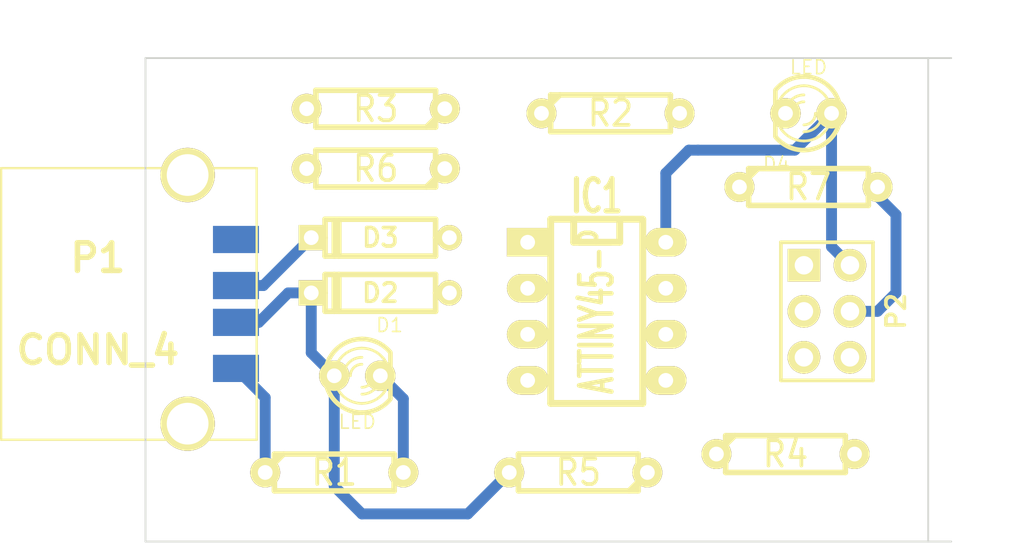
<source format=kicad_pcb>
(kicad_pcb (version 4) (host pcbnew "(2014-jul-16 BZR unknown)-product")

  (general
    (links 26)
    (no_connects 17)
    (area 113.639599 37.79 173.798572 67.360001)
    (thickness 1.6)
    (drawings 6)
    (tracks 27)
    (zones 0)
    (modules 14)
    (nets 15)
  )

  (page A4)
  (layers
    (0 F.Cu signal)
    (31 B.Cu signal)
    (32 B.Adhes user)
    (33 F.Adhes user)
    (34 B.Paste user)
    (35 F.Paste user)
    (36 B.SilkS user)
    (37 F.SilkS user)
    (38 B.Mask user)
    (39 F.Mask user)
    (40 Dwgs.User user)
    (41 Cmts.User user)
    (42 Eco1.User user)
    (43 Eco2.User user)
    (44 Edge.Cuts user)
    (45 Margin user)
    (46 B.CrtYd user)
    (47 F.CrtYd user)
    (48 B.Fab user)
    (49 F.Fab user)
  )

  (setup
    (last_trace_width 0.6)
    (trace_clearance 0.254)
    (zone_clearance 0.508)
    (zone_45_only no)
    (trace_min 0.254)
    (segment_width 0.2)
    (edge_width 0.1)
    (via_size 0.889)
    (via_drill 0.635)
    (via_min_size 0.889)
    (via_min_drill 0.508)
    (uvia_size 0.508)
    (uvia_drill 0.127)
    (uvias_allowed no)
    (uvia_min_size 0.508)
    (uvia_min_drill 0.127)
    (pcb_text_width 0.3)
    (pcb_text_size 1.5 1.5)
    (mod_edge_width 0.15)
    (mod_text_size 1 1)
    (mod_text_width 0.15)
    (pad_size 1.8 1.8)
    (pad_drill 1.016)
    (pad_to_mask_clearance 0)
    (aux_axis_origin 164.084 45.212)
    (visible_elements FFFFFF7F)
    (pcbplotparams
      (layerselection 0x00030_80000001)
      (usegerberextensions false)
      (excludeedgelayer true)
      (linewidth 0.100000)
      (plotframeref false)
      (viasonmask false)
      (mode 1)
      (useauxorigin false)
      (hpglpennumber 1)
      (hpglpenspeed 20)
      (hpglpendiameter 15)
      (hpglpenoverlay 2)
      (psnegative false)
      (psa4output false)
      (plotreference true)
      (plotvalue true)
      (plotinvisibletext false)
      (padsonsilk false)
      (subtractmaskfromsilk false)
      (outputformat 1)
      (mirror false)
      (drillshape 1)
      (scaleselection 1)
      (outputdirectory ""))
  )

  (net 0 "")
  (net 1 "Net-(D1-Pad2)")
  (net 2 GND)
  (net 3 +5V)
  (net 4 "Net-(D4-Pad2)")
  (net 5 /RST)
  (net 6 "Net-(IC1-Pad2)")
  (net 7 "Net-(IC1-Pad3)")
  (net 8 "Net-(IC1-Pad5)")
  (net 9 /MISO)
  (net 10 "Net-(IC1-Pad7)")
  (net 11 /SCK)
  (net 12 /MOSI)
  (net 13 "Net-(D1-Pad1)")
  (net 14 "Net-(D3-Pad2)")

  (net_class Default "This is the default net class."
    (clearance 0.254)
    (trace_width 0.6)
    (via_dia 0.889)
    (via_drill 0.635)
    (uvia_dia 0.508)
    (uvia_drill 0.127)
    (add_net +5V)
    (add_net /MISO)
    (add_net /MOSI)
    (add_net /RST)
    (add_net /SCK)
    (add_net GND)
    (add_net "Net-(D1-Pad1)")
    (add_net "Net-(D1-Pad2)")
    (add_net "Net-(D3-Pad2)")
    (add_net "Net-(D4-Pad2)")
    (add_net "Net-(IC1-Pad2)")
    (add_net "Net-(IC1-Pad3)")
    (add_net "Net-(IC1-Pad5)")
    (add_net "Net-(IC1-Pad7)")
  )

  (module LEDs:LED-3MM (layer F.Cu) (tedit 50ADE848) (tstamp 54518BFE)
    (at 133.604 58.166)
    (descr "LED 3mm - Lead pitch 100mil (2,54mm)")
    (tags "LED led 3mm 3MM 100mil 2,54mm")
    (path /5451426C)
    (fp_text reference D1 (at 1.778 -2.794) (layer F.SilkS)
      (effects (font (size 0.762 0.762) (thickness 0.0889)))
    )
    (fp_text value LED (at 0 2.54) (layer F.SilkS)
      (effects (font (size 0.762 0.762) (thickness 0.0889)))
    )
    (fp_line (start 1.8288 1.27) (end 1.8288 -1.27) (layer F.SilkS) (width 0.254))
    (fp_arc (start 0.254 0) (end -1.27 0) (angle 39.8) (layer F.SilkS) (width 0.1524))
    (fp_arc (start 0.254 0) (end -0.88392 1.01092) (angle 41.6) (layer F.SilkS) (width 0.1524))
    (fp_arc (start 0.254 0) (end 1.4097 -0.9906) (angle 40.6) (layer F.SilkS) (width 0.1524))
    (fp_arc (start 0.254 0) (end 1.778 0) (angle 39.8) (layer F.SilkS) (width 0.1524))
    (fp_arc (start 0.254 0) (end 0.254 -1.524) (angle 54.4) (layer F.SilkS) (width 0.1524))
    (fp_arc (start 0.254 0) (end -0.9652 -0.9144) (angle 53.1) (layer F.SilkS) (width 0.1524))
    (fp_arc (start 0.254 0) (end 1.45542 0.93472) (angle 52.1) (layer F.SilkS) (width 0.1524))
    (fp_arc (start 0.254 0) (end 0.254 1.524) (angle 52.1) (layer F.SilkS) (width 0.1524))
    (fp_arc (start 0.254 0) (end -0.381 0) (angle 90) (layer F.SilkS) (width 0.1524))
    (fp_arc (start 0.254 0) (end -0.762 0) (angle 90) (layer F.SilkS) (width 0.1524))
    (fp_arc (start 0.254 0) (end 0.889 0) (angle 90) (layer F.SilkS) (width 0.1524))
    (fp_arc (start 0.254 0) (end 1.27 0) (angle 90) (layer F.SilkS) (width 0.1524))
    (fp_arc (start 0.254 0) (end 0.254 -2.032) (angle 50.1) (layer F.SilkS) (width 0.254))
    (fp_arc (start 0.254 0) (end -1.5367 -0.95504) (angle 61.9) (layer F.SilkS) (width 0.254))
    (fp_arc (start 0.254 0) (end 1.8034 1.31064) (angle 49.7) (layer F.SilkS) (width 0.254))
    (fp_arc (start 0.254 0) (end 0.254 2.032) (angle 60.2) (layer F.SilkS) (width 0.254))
    (fp_arc (start 0.254 0) (end -1.778 0) (angle 28.3) (layer F.SilkS) (width 0.254))
    (fp_arc (start 0.254 0) (end -1.47574 1.06426) (angle 31.6) (layer F.SilkS) (width 0.254))
    (pad 1 thru_hole circle (at -1.27 0) (size 1.6764 1.6764) (drill 0.8128) (layers *.Cu *.Mask F.SilkS)
      (net 13 "Net-(D1-Pad1)"))
    (pad 2 thru_hole circle (at 1.27 0) (size 1.6764 1.6764) (drill 0.8128) (layers *.Cu *.Mask F.SilkS)
      (net 1 "Net-(D1-Pad2)"))
    (model discret/leds/led3_vertical_verde.wrl
      (at (xyz 0 0 0))
      (scale (xyz 1 1 1))
      (rotate (xyz 0 0 0))
    )
  )

  (module Discret:D3 (layer F.Cu) (tedit 200000) (tstamp 5451898D)
    (at 134.874 53.594 180)
    (descr "Diode 3 pas")
    (tags "DIODE DEV")
    (path /545131D9)
    (fp_text reference D2 (at 0 0 180) (layer F.SilkS)
      (effects (font (size 1.016 1.016) (thickness 0.2032)))
    )
    (fp_text value 3.6 (at 0 0 180) (layer F.SilkS) hide
      (effects (font (size 1.016 1.016) (thickness 0.2032)))
    )
    (fp_line (start 3.81 0) (end 3.048 0) (layer F.SilkS) (width 0.3048))
    (fp_line (start 3.048 0) (end 3.048 -1.016) (layer F.SilkS) (width 0.3048))
    (fp_line (start 3.048 -1.016) (end -3.048 -1.016) (layer F.SilkS) (width 0.3048))
    (fp_line (start -3.048 -1.016) (end -3.048 0) (layer F.SilkS) (width 0.3048))
    (fp_line (start -3.048 0) (end -3.81 0) (layer F.SilkS) (width 0.3048))
    (fp_line (start -3.048 0) (end -3.048 1.016) (layer F.SilkS) (width 0.3048))
    (fp_line (start -3.048 1.016) (end 3.048 1.016) (layer F.SilkS) (width 0.3048))
    (fp_line (start 3.048 1.016) (end 3.048 0) (layer F.SilkS) (width 0.3048))
    (fp_line (start 2.54 -1.016) (end 2.54 1.016) (layer F.SilkS) (width 0.3048))
    (fp_line (start 2.286 1.016) (end 2.286 -1.016) (layer F.SilkS) (width 0.3048))
    (pad 2 thru_hole rect (at 3.81 0 180) (size 1.397 1.397) (drill 0.8128) (layers *.Cu *.Mask F.SilkS)
      (net 13 "Net-(D1-Pad1)"))
    (pad 1 thru_hole circle (at -3.81 0 180) (size 1.397 1.397) (drill 0.8128) (layers *.Cu *.Mask F.SilkS)
      (net 2 GND))
    (model discret/diode.wrl
      (at (xyz 0 0 0))
      (scale (xyz 0.3 0.3 0.3))
      (rotate (xyz 0 0 0))
    )
  )

  (module Discret:D3 (layer F.Cu) (tedit 200000) (tstamp 54518993)
    (at 134.874 50.546 180)
    (descr "Diode 3 pas")
    (tags "DIODE DEV")
    (path /54513262)
    (fp_text reference D3 (at 0 0 180) (layer F.SilkS)
      (effects (font (size 1.016 1.016) (thickness 0.2032)))
    )
    (fp_text value 3.6 (at 0 0 180) (layer F.SilkS) hide
      (effects (font (size 1.016 1.016) (thickness 0.2032)))
    )
    (fp_line (start 3.81 0) (end 3.048 0) (layer F.SilkS) (width 0.3048))
    (fp_line (start 3.048 0) (end 3.048 -1.016) (layer F.SilkS) (width 0.3048))
    (fp_line (start 3.048 -1.016) (end -3.048 -1.016) (layer F.SilkS) (width 0.3048))
    (fp_line (start -3.048 -1.016) (end -3.048 0) (layer F.SilkS) (width 0.3048))
    (fp_line (start -3.048 0) (end -3.81 0) (layer F.SilkS) (width 0.3048))
    (fp_line (start -3.048 0) (end -3.048 1.016) (layer F.SilkS) (width 0.3048))
    (fp_line (start -3.048 1.016) (end 3.048 1.016) (layer F.SilkS) (width 0.3048))
    (fp_line (start 3.048 1.016) (end 3.048 0) (layer F.SilkS) (width 0.3048))
    (fp_line (start 2.54 -1.016) (end 2.54 1.016) (layer F.SilkS) (width 0.3048))
    (fp_line (start 2.286 1.016) (end 2.286 -1.016) (layer F.SilkS) (width 0.3048))
    (pad 2 thru_hole rect (at 3.81 0 180) (size 1.397 1.397) (drill 0.8128) (layers *.Cu *.Mask F.SilkS)
      (net 14 "Net-(D3-Pad2)"))
    (pad 1 thru_hole circle (at -3.81 0 180) (size 1.397 1.397) (drill 0.8128) (layers *.Cu *.Mask F.SilkS)
      (net 2 GND))
    (model discret/diode.wrl
      (at (xyz 0 0 0))
      (scale (xyz 0.3 0.3 0.3))
      (rotate (xyz 0 0 0))
    )
  )

  (module LEDs:LED-3MM (layer F.Cu) (tedit 50ADE848) (tstamp 54518999)
    (at 158.496 43.688 180)
    (descr "LED 3mm - Lead pitch 100mil (2,54mm)")
    (tags "LED led 3mm 3MM 100mil 2,54mm")
    (path /545141E1)
    (fp_text reference D4 (at 1.778 -2.794 180) (layer F.SilkS)
      (effects (font (size 0.762 0.762) (thickness 0.0889)))
    )
    (fp_text value LED (at 0 2.54 180) (layer F.SilkS)
      (effects (font (size 0.762 0.762) (thickness 0.0889)))
    )
    (fp_line (start 1.8288 1.27) (end 1.8288 -1.27) (layer F.SilkS) (width 0.254))
    (fp_arc (start 0.254 0) (end -1.27 0) (angle 39.8) (layer F.SilkS) (width 0.1524))
    (fp_arc (start 0.254 0) (end -0.88392 1.01092) (angle 41.6) (layer F.SilkS) (width 0.1524))
    (fp_arc (start 0.254 0) (end 1.4097 -0.9906) (angle 40.6) (layer F.SilkS) (width 0.1524))
    (fp_arc (start 0.254 0) (end 1.778 0) (angle 39.8) (layer F.SilkS) (width 0.1524))
    (fp_arc (start 0.254 0) (end 0.254 -1.524) (angle 54.4) (layer F.SilkS) (width 0.1524))
    (fp_arc (start 0.254 0) (end -0.9652 -0.9144) (angle 53.1) (layer F.SilkS) (width 0.1524))
    (fp_arc (start 0.254 0) (end 1.45542 0.93472) (angle 52.1) (layer F.SilkS) (width 0.1524))
    (fp_arc (start 0.254 0) (end 0.254 1.524) (angle 52.1) (layer F.SilkS) (width 0.1524))
    (fp_arc (start 0.254 0) (end -0.381 0) (angle 90) (layer F.SilkS) (width 0.1524))
    (fp_arc (start 0.254 0) (end -0.762 0) (angle 90) (layer F.SilkS) (width 0.1524))
    (fp_arc (start 0.254 0) (end 0.889 0) (angle 90) (layer F.SilkS) (width 0.1524))
    (fp_arc (start 0.254 0) (end 1.27 0) (angle 90) (layer F.SilkS) (width 0.1524))
    (fp_arc (start 0.254 0) (end 0.254 -2.032) (angle 50.1) (layer F.SilkS) (width 0.254))
    (fp_arc (start 0.254 0) (end -1.5367 -0.95504) (angle 61.9) (layer F.SilkS) (width 0.254))
    (fp_arc (start 0.254 0) (end 1.8034 1.31064) (angle 49.7) (layer F.SilkS) (width 0.254))
    (fp_arc (start 0.254 0) (end 0.254 2.032) (angle 60.2) (layer F.SilkS) (width 0.254))
    (fp_arc (start 0.254 0) (end -1.778 0) (angle 28.3) (layer F.SilkS) (width 0.254))
    (fp_arc (start 0.254 0) (end -1.47574 1.06426) (angle 31.6) (layer F.SilkS) (width 0.254))
    (pad 1 thru_hole circle (at -1.27 0 180) (size 1.6764 1.6764) (drill 0.8128) (layers *.Cu *.Mask F.SilkS)
      (net 3 +5V))
    (pad 2 thru_hole circle (at 1.27 0 180) (size 1.6764 1.6764) (drill 0.8128) (layers *.Cu *.Mask F.SilkS)
      (net 4 "Net-(D4-Pad2)"))
    (model discret/leds/led3_vertical_verde.wrl
      (at (xyz 0 0 0))
      (scale (xyz 1 1 1))
      (rotate (xyz 0 0 0))
    )
  )

  (module Sockets_DIP:DIP-8__300_ELL (layer F.Cu) (tedit 200000) (tstamp 54518B73)
    (at 146.812 54.61 270)
    (descr "8 pins DIL package, elliptical pads")
    (tags DIL)
    (path /54513787)
    (fp_text reference IC1 (at -6.35 0 360) (layer F.SilkS)
      (effects (font (size 1.778 1.143) (thickness 0.3048)))
    )
    (fp_text value ATTINY45-P (at 0 0 270) (layer F.SilkS)
      (effects (font (size 1.778 1.016) (thickness 0.3048)))
    )
    (fp_line (start -5.08 -1.27) (end -3.81 -1.27) (layer F.SilkS) (width 0.381))
    (fp_line (start -3.81 -1.27) (end -3.81 1.27) (layer F.SilkS) (width 0.381))
    (fp_line (start -3.81 1.27) (end -5.08 1.27) (layer F.SilkS) (width 0.381))
    (fp_line (start -5.08 -2.54) (end 5.08 -2.54) (layer F.SilkS) (width 0.381))
    (fp_line (start 5.08 -2.54) (end 5.08 2.54) (layer F.SilkS) (width 0.381))
    (fp_line (start 5.08 2.54) (end -5.08 2.54) (layer F.SilkS) (width 0.381))
    (fp_line (start -5.08 2.54) (end -5.08 -2.54) (layer F.SilkS) (width 0.381))
    (pad 1 thru_hole rect (at -3.81 3.81 270) (size 1.5748 2.286) (drill 0.8128) (layers *.Cu *.Mask F.SilkS)
      (net 5 /RST))
    (pad 2 thru_hole oval (at -1.27 3.81 270) (size 1.5748 2.286) (drill 0.8128) (layers *.Cu *.Mask F.SilkS)
      (net 6 "Net-(IC1-Pad2)"))
    (pad 3 thru_hole oval (at 1.27 3.81 270) (size 1.5748 2.286) (drill 0.8128) (layers *.Cu *.Mask F.SilkS)
      (net 7 "Net-(IC1-Pad3)"))
    (pad 4 thru_hole oval (at 3.81 3.81 270) (size 1.5748 2.286) (drill 0.8128) (layers *.Cu *.Mask F.SilkS)
      (net 2 GND))
    (pad 5 thru_hole oval (at 3.81 -3.81 270) (size 1.5748 2.286) (drill 0.8128) (layers *.Cu *.Mask F.SilkS)
      (net 8 "Net-(IC1-Pad5)"))
    (pad 6 thru_hole oval (at 1.27 -3.81 270) (size 1.5748 2.286) (drill 0.8128) (layers *.Cu *.Mask F.SilkS)
      (net 9 /MISO))
    (pad 7 thru_hole oval (at -1.27 -3.81 270) (size 1.5748 2.286) (drill 0.8128) (layers *.Cu *.Mask F.SilkS)
      (net 10 "Net-(IC1-Pad7)"))
    (pad 8 thru_hole oval (at -3.81 -3.81 270) (size 1.5748 2.286) (drill 0.8128) (layers *.Cu *.Mask F.SilkS)
      (net 3 +5V))
    (model dil/dil_8.wrl
      (at (xyz 0 0 0))
      (scale (xyz 1 1 1))
      (rotate (xyz 0 0 0))
    )
  )

  (module Connect:USB_A (layer F.Cu) (tedit 5451926C) (tstamp 54518B1D)
    (at 126.9111 54.2036 180)
    (path /5451310A)
    (fp_text reference P1 (at 7.62 2.54 180) (layer F.SilkS)
      (effects (font (thickness 0.3048)))
    )
    (fp_text value CONN_4 (at 7.62 -2.54 180) (layer F.SilkS)
      (effects (font (thickness 0.3048)))
    )
    (fp_line (start -1.143 -7.493) (end 12.954 -7.493) (layer F.SilkS) (width 0.127))
    (fp_line (start 12.954 7.493) (end -1.143 7.493) (layer F.SilkS) (width 0.127))
    (fp_line (start -1.143 -7.493) (end -1.143 7.493) (layer F.SilkS) (width 0.127))
    (fp_line (start 12.954 -7.493) (end 12.954 7.493) (layer F.SilkS) (width 0.127))
    (pad 4 smd rect (at 0 -3.556 180) (size 2.54 1.50114) (layers B.Cu F.Paste F.Mask)
      (net 2 GND))
    (pad 3 smd rect (at 0 -1.016 180) (size 2.54 1.50114) (layers B.Cu F.Paste F.Mask)
      (net 13 "Net-(D1-Pad1)"))
    (pad 2 smd rect (at 0 1.016 180) (size 2.54 1.50114) (layers B.Cu F.Paste F.Mask)
      (net 14 "Net-(D3-Pad2)"))
    (pad 1 smd rect (at 0 3.556 180) (size 2.54 1.50114) (layers B.Cu F.Paste F.Mask)
      (net 3 +5V))
    (pad 5 thru_hole circle (at 2.667 -6.604 180) (size 2.99974 2.99974) (drill 2.30124) (layers *.Cu *.Mask F.SilkS))
    (pad 6 thru_hole circle (at 2.667 7.112 180) (size 2.99974 2.99974) (drill 2.30124) (layers *.Cu *.Mask F.SilkS))
    (model Connectors/usb_a_through_hole.wrl
      (at (xyz 0 0 0))
      (scale (xyz 1 1 1))
      (rotate (xyz 0 0 0))
    )
  )

  (module Pin_Arrays:pin_array_3x2 (layer F.Cu) (tedit 54519344) (tstamp 545189B9)
    (at 159.512 54.61 270)
    (descr "Double rangee de contacts 2 x 4 pins")
    (tags CONN)
    (path /545146F0)
    (fp_text reference P2 (at 0 -3.81 270) (layer F.SilkS)
      (effects (font (size 1.016 1.016) (thickness 0.2032)))
    )
    (fp_text value CONN_3X2 (at 0 3.81 270) (layer F.SilkS) hide
      (effects (font (size 1.016 1.016) (thickness 0.2032)))
    )
    (fp_line (start 3.81 2.54) (end -3.81 2.54) (layer F.SilkS) (width 0.2032))
    (fp_line (start -3.81 -2.54) (end 3.81 -2.54) (layer F.SilkS) (width 0.2032))
    (fp_line (start 3.81 -2.54) (end 3.81 2.54) (layer F.SilkS) (width 0.2032))
    (fp_line (start -3.81 2.54) (end -3.81 -2.54) (layer F.SilkS) (width 0.2032))
    (pad 1 thru_hole rect (at -2.54 1.27 270) (size 1.8 1.8) (drill 1.016) (layers *.Cu *.Mask F.SilkS)
      (net 9 /MISO))
    (pad 2 thru_hole circle (at -2.54 -1.27 270) (size 1.8 1.8) (drill 1.016) (layers *.Cu *.Mask F.SilkS)
      (net 3 +5V))
    (pad 3 thru_hole circle (at 0 1.27 270) (size 1.8 1.8) (drill 1.016) (layers *.Cu *.Mask F.SilkS)
      (net 11 /SCK))
    (pad 4 thru_hole circle (at 0 -1.27 270) (size 1.8 1.8) (drill 1.016) (layers *.Cu *.Mask F.SilkS)
      (net 12 /MOSI))
    (pad e thru_hole circle (at 2.54 1.27 270) (size 1.8 1.8) (drill 1.016) (layers *.Cu *.Mask F.SilkS)
      (net 5 /RST))
    (pad 6 thru_hole circle (at 2.54 -1.27 270) (size 1.8 1.8) (drill 1.016) (layers *.Cu *.Mask F.SilkS)
      (net 2 GND))
    (model pin_array/pins_array_3x2.wrl
      (at (xyz 0 0 0))
      (scale (xyz 1 1 1))
      (rotate (xyz 0 0 0))
    )
  )

  (module Discret:R3-LARGE_PADS (layer F.Cu) (tedit 47E26765) (tstamp 545189BF)
    (at 132.334 63.5)
    (descr "Resitance 3 pas")
    (tags R)
    (path /54514157)
    (autoplace_cost180 10)
    (fp_text reference R1 (at 0 0) (layer F.SilkS)
      (effects (font (size 1.397 1.27) (thickness 0.2032)))
    )
    (fp_text value 330 (at 0 0) (layer F.SilkS) hide
      (effects (font (size 1.397 1.27) (thickness 0.2032)))
    )
    (fp_line (start -3.81 0) (end -3.302 0) (layer F.SilkS) (width 0.3048))
    (fp_line (start 3.81 0) (end 3.302 0) (layer F.SilkS) (width 0.3048))
    (fp_line (start 3.302 0) (end 3.302 -1.016) (layer F.SilkS) (width 0.3048))
    (fp_line (start 3.302 -1.016) (end -3.302 -1.016) (layer F.SilkS) (width 0.3048))
    (fp_line (start -3.302 -1.016) (end -3.302 1.016) (layer F.SilkS) (width 0.3048))
    (fp_line (start -3.302 1.016) (end 3.302 1.016) (layer F.SilkS) (width 0.3048))
    (fp_line (start 3.302 1.016) (end 3.302 0) (layer F.SilkS) (width 0.3048))
    (fp_line (start -3.302 -0.508) (end -2.794 -1.016) (layer F.SilkS) (width 0.3048))
    (pad 1 thru_hole circle (at -3.81 0) (size 1.651 1.651) (drill 0.8128) (layers *.Cu *.Mask F.SilkS)
      (net 2 GND))
    (pad 2 thru_hole circle (at 3.81 0) (size 1.651 1.651) (drill 0.8128) (layers *.Cu *.Mask F.SilkS)
      (net 1 "Net-(D1-Pad2)"))
    (model discret/resistor.wrl
      (at (xyz 0 0 0))
      (scale (xyz 0.3 0.3 0.3))
      (rotate (xyz 0 0 0))
    )
  )

  (module Discret:R3-LARGE_PADS (layer F.Cu) (tedit 47E26765) (tstamp 545189C5)
    (at 147.574 43.688)
    (descr "Resitance 3 pas")
    (tags R)
    (path /54514118)
    (autoplace_cost180 10)
    (fp_text reference R2 (at 0 0) (layer F.SilkS)
      (effects (font (size 1.397 1.27) (thickness 0.2032)))
    )
    (fp_text value 220 (at 0 0) (layer F.SilkS) hide
      (effects (font (size 1.397 1.27) (thickness 0.2032)))
    )
    (fp_line (start -3.81 0) (end -3.302 0) (layer F.SilkS) (width 0.3048))
    (fp_line (start 3.81 0) (end 3.302 0) (layer F.SilkS) (width 0.3048))
    (fp_line (start 3.302 0) (end 3.302 -1.016) (layer F.SilkS) (width 0.3048))
    (fp_line (start 3.302 -1.016) (end -3.302 -1.016) (layer F.SilkS) (width 0.3048))
    (fp_line (start -3.302 -1.016) (end -3.302 1.016) (layer F.SilkS) (width 0.3048))
    (fp_line (start -3.302 1.016) (end 3.302 1.016) (layer F.SilkS) (width 0.3048))
    (fp_line (start 3.302 1.016) (end 3.302 0) (layer F.SilkS) (width 0.3048))
    (fp_line (start -3.302 -0.508) (end -2.794 -1.016) (layer F.SilkS) (width 0.3048))
    (pad 1 thru_hole circle (at -3.81 0) (size 1.651 1.651) (drill 0.8128) (layers *.Cu *.Mask F.SilkS)
      (net 2 GND))
    (pad 2 thru_hole circle (at 3.81 0) (size 1.651 1.651) (drill 0.8128) (layers *.Cu *.Mask F.SilkS)
      (net 4 "Net-(D4-Pad2)"))
    (model discret/resistor.wrl
      (at (xyz 0 0 0))
      (scale (xyz 0.3 0.3 0.3))
      (rotate (xyz 0 0 0))
    )
  )

  (module Discret:R3-LARGE_PADS (layer F.Cu) (tedit 47E26765) (tstamp 545189CB)
    (at 134.62 43.434 180)
    (descr "Resitance 3 pas")
    (tags R)
    (path /54514049)
    (autoplace_cost180 10)
    (fp_text reference R3 (at 0 0 180) (layer F.SilkS)
      (effects (font (size 1.397 1.27) (thickness 0.2032)))
    )
    (fp_text value 1.5K (at 0 0 180) (layer F.SilkS) hide
      (effects (font (size 1.397 1.27) (thickness 0.2032)))
    )
    (fp_line (start -3.81 0) (end -3.302 0) (layer F.SilkS) (width 0.3048))
    (fp_line (start 3.81 0) (end 3.302 0) (layer F.SilkS) (width 0.3048))
    (fp_line (start 3.302 0) (end 3.302 -1.016) (layer F.SilkS) (width 0.3048))
    (fp_line (start 3.302 -1.016) (end -3.302 -1.016) (layer F.SilkS) (width 0.3048))
    (fp_line (start -3.302 -1.016) (end -3.302 1.016) (layer F.SilkS) (width 0.3048))
    (fp_line (start -3.302 1.016) (end 3.302 1.016) (layer F.SilkS) (width 0.3048))
    (fp_line (start 3.302 1.016) (end 3.302 0) (layer F.SilkS) (width 0.3048))
    (fp_line (start -3.302 -0.508) (end -2.794 -1.016) (layer F.SilkS) (width 0.3048))
    (pad 1 thru_hole circle (at -3.81 0 180) (size 1.651 1.651) (drill 0.8128) (layers *.Cu *.Mask F.SilkS)
      (net 3 +5V))
    (pad 2 thru_hole circle (at 3.81 0 180) (size 1.651 1.651) (drill 0.8128) (layers *.Cu *.Mask F.SilkS)
      (net 14 "Net-(D3-Pad2)"))
    (model discret/resistor.wrl
      (at (xyz 0 0 0))
      (scale (xyz 0.3 0.3 0.3))
      (rotate (xyz 0 0 0))
    )
  )

  (module Discret:R3-LARGE_PADS (layer F.Cu) (tedit 47E26765) (tstamp 545189D1)
    (at 157.226 62.484)
    (descr "Resitance 3 pas")
    (tags R)
    (path /54513858)
    (autoplace_cost180 10)
    (fp_text reference R4 (at 0 0) (layer F.SilkS)
      (effects (font (size 1.397 1.27) (thickness 0.2032)))
    )
    (fp_text value 1.5K (at 0 0) (layer F.SilkS) hide
      (effects (font (size 1.397 1.27) (thickness 0.2032)))
    )
    (fp_line (start -3.81 0) (end -3.302 0) (layer F.SilkS) (width 0.3048))
    (fp_line (start 3.81 0) (end 3.302 0) (layer F.SilkS) (width 0.3048))
    (fp_line (start 3.302 0) (end 3.302 -1.016) (layer F.SilkS) (width 0.3048))
    (fp_line (start 3.302 -1.016) (end -3.302 -1.016) (layer F.SilkS) (width 0.3048))
    (fp_line (start -3.302 -1.016) (end -3.302 1.016) (layer F.SilkS) (width 0.3048))
    (fp_line (start -3.302 1.016) (end 3.302 1.016) (layer F.SilkS) (width 0.3048))
    (fp_line (start 3.302 1.016) (end 3.302 0) (layer F.SilkS) (width 0.3048))
    (fp_line (start -3.302 -0.508) (end -2.794 -1.016) (layer F.SilkS) (width 0.3048))
    (pad 1 thru_hole circle (at -3.81 0) (size 1.651 1.651) (drill 0.8128) (layers *.Cu *.Mask F.SilkS)
      (net 10 "Net-(IC1-Pad7)"))
    (pad 2 thru_hole circle (at 3.81 0) (size 1.651 1.651) (drill 0.8128) (layers *.Cu *.Mask F.SilkS)
      (net 11 /SCK))
    (model discret/resistor.wrl
      (at (xyz 0 0 0))
      (scale (xyz 0.3 0.3 0.3))
      (rotate (xyz 0 0 0))
    )
  )

  (module Discret:R3-LARGE_PADS (layer F.Cu) (tedit 47E26765) (tstamp 545189D7)
    (at 145.796 63.5 180)
    (descr "Resitance 3 pas")
    (tags R)
    (path /545132D9)
    (autoplace_cost180 10)
    (fp_text reference R5 (at 0 0 180) (layer F.SilkS)
      (effects (font (size 1.397 1.27) (thickness 0.2032)))
    )
    (fp_text value 27 (at 0 0 180) (layer F.SilkS) hide
      (effects (font (size 1.397 1.27) (thickness 0.2032)))
    )
    (fp_line (start -3.81 0) (end -3.302 0) (layer F.SilkS) (width 0.3048))
    (fp_line (start 3.81 0) (end 3.302 0) (layer F.SilkS) (width 0.3048))
    (fp_line (start 3.302 0) (end 3.302 -1.016) (layer F.SilkS) (width 0.3048))
    (fp_line (start 3.302 -1.016) (end -3.302 -1.016) (layer F.SilkS) (width 0.3048))
    (fp_line (start -3.302 -1.016) (end -3.302 1.016) (layer F.SilkS) (width 0.3048))
    (fp_line (start -3.302 1.016) (end 3.302 1.016) (layer F.SilkS) (width 0.3048))
    (fp_line (start 3.302 1.016) (end 3.302 0) (layer F.SilkS) (width 0.3048))
    (fp_line (start -3.302 -0.508) (end -2.794 -1.016) (layer F.SilkS) (width 0.3048))
    (pad 1 thru_hole circle (at -3.81 0 180) (size 1.651 1.651) (drill 0.8128) (layers *.Cu *.Mask F.SilkS)
      (net 6 "Net-(IC1-Pad2)"))
    (pad 2 thru_hole circle (at 3.81 0 180) (size 1.651 1.651) (drill 0.8128) (layers *.Cu *.Mask F.SilkS)
      (net 13 "Net-(D1-Pad1)"))
    (model discret/resistor.wrl
      (at (xyz 0 0 0))
      (scale (xyz 0.3 0.3 0.3))
      (rotate (xyz 0 0 0))
    )
  )

  (module Discret:R3-LARGE_PADS (layer F.Cu) (tedit 47E26765) (tstamp 54518E27)
    (at 134.62 46.736 180)
    (descr "Resitance 3 pas")
    (tags R)
    (path /54513388)
    (autoplace_cost180 10)
    (fp_text reference R6 (at 0 0 180) (layer F.SilkS)
      (effects (font (size 1.397 1.27) (thickness 0.2032)))
    )
    (fp_text value 27 (at 0 0 180) (layer F.SilkS) hide
      (effects (font (size 1.397 1.27) (thickness 0.2032)))
    )
    (fp_line (start -3.81 0) (end -3.302 0) (layer F.SilkS) (width 0.3048))
    (fp_line (start 3.81 0) (end 3.302 0) (layer F.SilkS) (width 0.3048))
    (fp_line (start 3.302 0) (end 3.302 -1.016) (layer F.SilkS) (width 0.3048))
    (fp_line (start 3.302 -1.016) (end -3.302 -1.016) (layer F.SilkS) (width 0.3048))
    (fp_line (start -3.302 -1.016) (end -3.302 1.016) (layer F.SilkS) (width 0.3048))
    (fp_line (start -3.302 1.016) (end 3.302 1.016) (layer F.SilkS) (width 0.3048))
    (fp_line (start 3.302 1.016) (end 3.302 0) (layer F.SilkS) (width 0.3048))
    (fp_line (start -3.302 -0.508) (end -2.794 -1.016) (layer F.SilkS) (width 0.3048))
    (pad 1 thru_hole circle (at -3.81 0 180) (size 1.651 1.651) (drill 0.8128) (layers *.Cu *.Mask F.SilkS)
      (net 7 "Net-(IC1-Pad3)"))
    (pad 2 thru_hole circle (at 3.81 0 180) (size 1.651 1.651) (drill 0.8128) (layers *.Cu *.Mask F.SilkS)
      (net 14 "Net-(D3-Pad2)"))
    (model discret/resistor.wrl
      (at (xyz 0 0 0))
      (scale (xyz 0.3 0.3 0.3))
      (rotate (xyz 0 0 0))
    )
  )

  (module Discret:R3-LARGE_PADS (layer F.Cu) (tedit 47E26765) (tstamp 545189E3)
    (at 158.496 47.752)
    (descr "Resitance 3 pas")
    (tags R)
    (path /545138B3)
    (autoplace_cost180 10)
    (fp_text reference R7 (at 0 0) (layer F.SilkS)
      (effects (font (size 1.397 1.27) (thickness 0.2032)))
    )
    (fp_text value 1.5K (at 0 0) (layer F.SilkS) hide
      (effects (font (size 1.397 1.27) (thickness 0.2032)))
    )
    (fp_line (start -3.81 0) (end -3.302 0) (layer F.SilkS) (width 0.3048))
    (fp_line (start 3.81 0) (end 3.302 0) (layer F.SilkS) (width 0.3048))
    (fp_line (start 3.302 0) (end 3.302 -1.016) (layer F.SilkS) (width 0.3048))
    (fp_line (start 3.302 -1.016) (end -3.302 -1.016) (layer F.SilkS) (width 0.3048))
    (fp_line (start -3.302 -1.016) (end -3.302 1.016) (layer F.SilkS) (width 0.3048))
    (fp_line (start -3.302 1.016) (end 3.302 1.016) (layer F.SilkS) (width 0.3048))
    (fp_line (start 3.302 1.016) (end 3.302 0) (layer F.SilkS) (width 0.3048))
    (fp_line (start -3.302 -0.508) (end -2.794 -1.016) (layer F.SilkS) (width 0.3048))
    (pad 1 thru_hole circle (at -3.81 0) (size 1.651 1.651) (drill 0.8128) (layers *.Cu *.Mask F.SilkS)
      (net 8 "Net-(IC1-Pad5)"))
    (pad 2 thru_hole circle (at 3.81 0) (size 1.651 1.651) (drill 0.8128) (layers *.Cu *.Mask F.SilkS)
      (net 12 /MOSI))
    (model discret/resistor.wrl
      (at (xyz 0 0 0))
      (scale (xyz 0.3 0.3 0.3))
      (rotate (xyz 0 0 0))
    )
  )

  (gr_line (start 121.92 67.31) (end 121.92 40.64) (angle 90) (layer Edge.Cuts) (width 0.1))
  (gr_line (start 166.37 67.31) (end 121.92 67.31) (angle 90) (layer Edge.Cuts) (width 0.1))
  (gr_line (start 165.1 40.64) (end 165.1 67.31) (angle 90) (layer Edge.Cuts) (width 0.1))
  (gr_line (start 121.92 40.64) (end 166.37 40.64) (angle 90) (layer Edge.Cuts) (width 0.1))
  (dimension 26.67 (width 0.3) (layer Eco2.User)
    (gr_text 26,670mm (at 167.72 53.975 270) (layer Eco2.User)
      (effects (font (size 1.5 1.5) (thickness 0.3)))
    )
    (feature1 (pts (xy 163.83 67.31) (xy 169.07 67.31)))
    (feature2 (pts (xy 163.83 40.64) (xy 169.07 40.64)))
    (crossbar (pts (xy 166.37 40.64) (xy 166.37 67.31)))
    (arrow1a (pts (xy 166.37 67.31) (xy 165.783579 66.183496)))
    (arrow1b (pts (xy 166.37 67.31) (xy 166.956421 66.183496)))
    (arrow2a (pts (xy 166.37 40.64) (xy 165.783579 41.766504)))
    (arrow2b (pts (xy 166.37 40.64) (xy 166.956421 41.766504)))
  )
  (dimension 43.18 (width 0.3) (layer Eco2.User)
    (gr_text 43,180mm (at 143.51 39.29) (layer Eco2.User)
      (effects (font (size 1.5 1.5) (thickness 0.3)))
    )
    (feature1 (pts (xy 165.1 46.99) (xy 165.1 37.94)))
    (feature2 (pts (xy 121.92 46.99) (xy 121.92 37.94)))
    (crossbar (pts (xy 121.92 40.64) (xy 165.1 40.64)))
    (arrow1a (pts (xy 165.1 40.64) (xy 163.973496 41.226421)))
    (arrow1b (pts (xy 165.1 40.64) (xy 163.973496 40.053579)))
    (arrow2a (pts (xy 121.92 40.64) (xy 123.046504 41.226421)))
    (arrow2b (pts (xy 121.92 40.64) (xy 123.046504 40.053579)))
  )

  (segment (start 136.144 63.5) (end 136.144 59.436) (width 0.6) (layer B.Cu) (net 1))
  (segment (start 136.144 59.436) (end 134.874 58.166) (width 0.6) (layer B.Cu) (net 1) (tstamp 545195EE))
  (segment (start 128.524 63.5) (end 128.524 59.3725) (width 0.6) (layer B.Cu) (net 2))
  (segment (start 128.524 59.3725) (end 126.9111 57.7596) (width 0.6) (layer B.Cu) (net 2) (tstamp 545195F3))
  (segment (start 159.766 51.054) (end 159.766 43.688) (width 0.6) (layer B.Cu) (net 3) (tstamp 545196A7))
  (segment (start 160.782 52.07) (end 159.766 51.054) (width 0.6) (layer B.Cu) (net 3))
  (segment (start 150.622 46.99) (end 150.622 50.8) (width 0.6) (layer B.Cu) (net 3) (tstamp 545196E0))
  (segment (start 151.892 45.72) (end 150.622 46.99) (width 0.6) (layer B.Cu) (net 3) (tstamp 545196DD))
  (segment (start 152.4 45.72) (end 151.892 45.72) (width 0.6) (layer B.Cu) (net 3) (tstamp 545196D3))
  (segment (start 157.734 45.72) (end 152.4 45.72) (width 0.6) (layer B.Cu) (net 3) (tstamp 545196BE))
  (segment (start 159.766 43.688) (end 157.734 45.72) (width 0.6) (layer B.Cu) (net 3))
  (segment (start 162.306 54.61) (end 160.782 54.61) (width 0.6) (layer B.Cu) (net 12) (tstamp 545196A0))
  (segment (start 163.322 53.594) (end 162.306 54.61) (width 0.6) (layer B.Cu) (net 12) (tstamp 5451969D))
  (segment (start 163.322 49.276) (end 163.322 53.594) (width 0.6) (layer B.Cu) (net 12) (tstamp 54519694))
  (segment (start 162.306 48.26) (end 163.322 49.276) (width 0.6) (layer B.Cu) (net 12) (tstamp 5451968D))
  (segment (start 162.306 47.752) (end 162.306 48.26) (width 0.6) (layer B.Cu) (net 12))
  (segment (start 132.334 58.166) (end 132.334 64.262) (width 0.6) (layer B.Cu) (net 13))
  (segment (start 139.7 65.786) (end 141.986 63.5) (width 0.6) (layer B.Cu) (net 13) (tstamp 545195E6))
  (segment (start 133.858 65.786) (end 139.7 65.786) (width 0.6) (layer B.Cu) (net 13) (tstamp 545195E3))
  (segment (start 132.334 64.262) (end 133.858 65.786) (width 0.6) (layer B.Cu) (net 13) (tstamp 545195DA))
  (segment (start 131.064 53.594) (end 131.064 56.896) (width 0.6) (layer B.Cu) (net 13))
  (segment (start 131.064 56.896) (end 132.334 58.166) (width 0.6) (layer B.Cu) (net 13) (tstamp 54519411))
  (segment (start 126.9111 55.2196) (end 128.1684 55.2196) (width 0.6) (layer B.Cu) (net 13))
  (segment (start 128.1684 55.2196) (end 129.794 53.594) (width 0.6) (layer B.Cu) (net 13) (tstamp 545193FF))
  (segment (start 129.794 53.594) (end 131.064 53.594) (width 0.6) (layer B.Cu) (net 13) (tstamp 5451940A))
  (segment (start 126.9111 53.1876) (end 128.4224 53.1876) (width 0.6) (layer B.Cu) (net 14))
  (segment (start 128.4224 53.1876) (end 131.064 50.546) (width 0.6) (layer B.Cu) (net 14) (tstamp 54519394))

)

</source>
